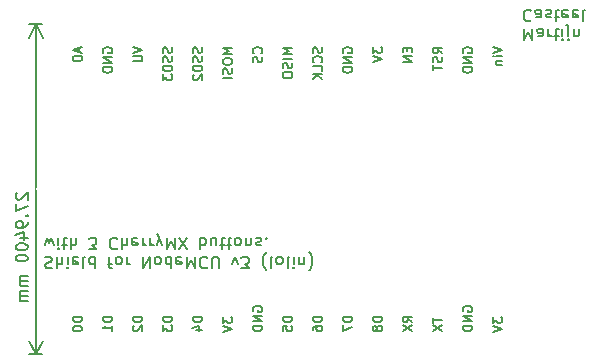
<source format=gbo>
%TF.GenerationSoftware,KiCad,Pcbnew,(6.0.4-0)*%
%TF.CreationDate,2022-04-05T18:33:42+02:00*%
%TF.ProjectId,smart-button,736d6172-742d-4627-9574-746f6e2e6b69,rev?*%
%TF.SameCoordinates,Original*%
%TF.FileFunction,Legend,Bot*%
%TF.FilePolarity,Positive*%
%FSLAX46Y46*%
G04 Gerber Fmt 4.6, Leading zero omitted, Abs format (unit mm)*
G04 Created by KiCad (PCBNEW (6.0.4-0)) date 2022-04-05 18:33:42*
%MOMM*%
%LPD*%
G01*
G04 APERTURE LIST*
%ADD10C,0.150000*%
%ADD11R,1.700000X1.700000*%
%ADD12O,1.700000X1.700000*%
%ADD13C,4.000000*%
%ADD14C,1.700000*%
%ADD15C,2.200000*%
G04 APERTURE END LIST*
D10*
X65093809Y-107359618D02*
X65131904Y-107473904D01*
X65131904Y-107664380D01*
X65093809Y-107740571D01*
X65055714Y-107778666D01*
X64979523Y-107816761D01*
X64903333Y-107816761D01*
X64827142Y-107778666D01*
X64789047Y-107740571D01*
X64750952Y-107664380D01*
X64712857Y-107511999D01*
X64674761Y-107435809D01*
X64636666Y-107397714D01*
X64560476Y-107359618D01*
X64484285Y-107359618D01*
X64408095Y-107397714D01*
X64370000Y-107435809D01*
X64331904Y-107511999D01*
X64331904Y-107702475D01*
X64370000Y-107816761D01*
X65093809Y-108121523D02*
X65131904Y-108235809D01*
X65131904Y-108426285D01*
X65093809Y-108502475D01*
X65055714Y-108540571D01*
X64979523Y-108578666D01*
X64903333Y-108578666D01*
X64827142Y-108540571D01*
X64789047Y-108502475D01*
X64750952Y-108426285D01*
X64712857Y-108273904D01*
X64674761Y-108197714D01*
X64636666Y-108159618D01*
X64560476Y-108121523D01*
X64484285Y-108121523D01*
X64408095Y-108159618D01*
X64370000Y-108197714D01*
X64331904Y-108273904D01*
X64331904Y-108464380D01*
X64370000Y-108578666D01*
X65131904Y-108921523D02*
X64331904Y-108921523D01*
X64331904Y-109111999D01*
X64370000Y-109226285D01*
X64446190Y-109302475D01*
X64522380Y-109340571D01*
X64674761Y-109378666D01*
X64789047Y-109378666D01*
X64941428Y-109340571D01*
X65017619Y-109302475D01*
X65093809Y-109226285D01*
X65131904Y-109111999D01*
X65131904Y-108921523D01*
X64331904Y-109645333D02*
X64331904Y-110140571D01*
X64636666Y-109873904D01*
X64636666Y-109988190D01*
X64674761Y-110064380D01*
X64712857Y-110102475D01*
X64789047Y-110140571D01*
X64979523Y-110140571D01*
X65055714Y-110102475D01*
X65093809Y-110064380D01*
X65131904Y-109988190D01*
X65131904Y-109759618D01*
X65093809Y-109683428D01*
X65055714Y-109645333D01*
X87991904Y-107854857D02*
X87610952Y-107588191D01*
X87991904Y-107397714D02*
X87191904Y-107397714D01*
X87191904Y-107702476D01*
X87230000Y-107778667D01*
X87268095Y-107816762D01*
X87344285Y-107854857D01*
X87458571Y-107854857D01*
X87534761Y-107816762D01*
X87572857Y-107778667D01*
X87610952Y-107702476D01*
X87610952Y-107397714D01*
X87953809Y-108159619D02*
X87991904Y-108273905D01*
X87991904Y-108464381D01*
X87953809Y-108540572D01*
X87915714Y-108578667D01*
X87839523Y-108616762D01*
X87763333Y-108616762D01*
X87687142Y-108578667D01*
X87649047Y-108540572D01*
X87610952Y-108464381D01*
X87572857Y-108312000D01*
X87534761Y-108235810D01*
X87496666Y-108197714D01*
X87420476Y-108159619D01*
X87344285Y-108159619D01*
X87268095Y-108197714D01*
X87230000Y-108235810D01*
X87191904Y-108312000D01*
X87191904Y-108502476D01*
X87230000Y-108616762D01*
X87191904Y-108845333D02*
X87191904Y-109302476D01*
X87991904Y-109073905D02*
X87191904Y-109073905D01*
X62591904Y-130149618D02*
X61791904Y-130149618D01*
X61791904Y-130340095D01*
X61830000Y-130454380D01*
X61906190Y-130530571D01*
X61982380Y-130568666D01*
X62134761Y-130606761D01*
X62249047Y-130606761D01*
X62401428Y-130568666D01*
X62477619Y-130530571D01*
X62553809Y-130454380D01*
X62591904Y-130340095D01*
X62591904Y-130149618D01*
X61868095Y-130911523D02*
X61830000Y-130949618D01*
X61791904Y-131025809D01*
X61791904Y-131216285D01*
X61830000Y-131292475D01*
X61868095Y-131330571D01*
X61944285Y-131368666D01*
X62020476Y-131368666D01*
X62134761Y-131330571D01*
X62591904Y-130873428D01*
X62591904Y-131368666D01*
X85451904Y-130606761D02*
X85070952Y-130340095D01*
X85451904Y-130149618D02*
X84651904Y-130149618D01*
X84651904Y-130454380D01*
X84690000Y-130530571D01*
X84728095Y-130568666D01*
X84804285Y-130606761D01*
X84918571Y-130606761D01*
X84994761Y-130568666D01*
X85032857Y-130530571D01*
X85070952Y-130454380D01*
X85070952Y-130149618D01*
X84651904Y-130873428D02*
X85451904Y-131406761D01*
X84651904Y-131406761D02*
X85451904Y-130873428D01*
X69411904Y-130187714D02*
X69411904Y-130682952D01*
X69716666Y-130416285D01*
X69716666Y-130530571D01*
X69754761Y-130606761D01*
X69792857Y-130644857D01*
X69869047Y-130682952D01*
X70059523Y-130682952D01*
X70135714Y-130644857D01*
X70173809Y-130606761D01*
X70211904Y-130530571D01*
X70211904Y-130301999D01*
X70173809Y-130225809D01*
X70135714Y-130187714D01*
X69411904Y-130911523D02*
X70211904Y-131178190D01*
X69411904Y-131444857D01*
X67671904Y-130149618D02*
X66871904Y-130149618D01*
X66871904Y-130340095D01*
X66910000Y-130454380D01*
X66986190Y-130530571D01*
X67062380Y-130568666D01*
X67214761Y-130606761D01*
X67329047Y-130606761D01*
X67481428Y-130568666D01*
X67557619Y-130530571D01*
X67633809Y-130454380D01*
X67671904Y-130340095D01*
X67671904Y-130149618D01*
X67138571Y-131292475D02*
X67671904Y-131292475D01*
X66833809Y-131101999D02*
X67405238Y-130911523D01*
X67405238Y-131406761D01*
X82111904Y-107321524D02*
X82111904Y-107816762D01*
X82416666Y-107550095D01*
X82416666Y-107664381D01*
X82454761Y-107740571D01*
X82492857Y-107778667D01*
X82569047Y-107816762D01*
X82759523Y-107816762D01*
X82835714Y-107778667D01*
X82873809Y-107740571D01*
X82911904Y-107664381D01*
X82911904Y-107435809D01*
X82873809Y-107359619D01*
X82835714Y-107321524D01*
X82111904Y-108045333D02*
X82911904Y-108312000D01*
X82111904Y-108578667D01*
X87191904Y-130225809D02*
X87191904Y-130682952D01*
X87991904Y-130454380D02*
X87191904Y-130454380D01*
X87191904Y-130873428D02*
X87991904Y-131406761D01*
X87191904Y-131406761D02*
X87991904Y-130873428D01*
X89770000Y-107816762D02*
X89731904Y-107740571D01*
X89731904Y-107626286D01*
X89770000Y-107512000D01*
X89846190Y-107435809D01*
X89922380Y-107397714D01*
X90074761Y-107359619D01*
X90189047Y-107359619D01*
X90341428Y-107397714D01*
X90417619Y-107435809D01*
X90493809Y-107512000D01*
X90531904Y-107626286D01*
X90531904Y-107702476D01*
X90493809Y-107816762D01*
X90455714Y-107854857D01*
X90189047Y-107854857D01*
X90189047Y-107702476D01*
X90531904Y-108197714D02*
X89731904Y-108197714D01*
X90531904Y-108654857D01*
X89731904Y-108654857D01*
X90531904Y-109035809D02*
X89731904Y-109035809D01*
X89731904Y-109226286D01*
X89770000Y-109340571D01*
X89846190Y-109416762D01*
X89922380Y-109454857D01*
X90074761Y-109492952D01*
X90189047Y-109492952D01*
X90341428Y-109454857D01*
X90417619Y-109416762D01*
X90493809Y-109340571D01*
X90531904Y-109226286D01*
X90531904Y-109035809D01*
X71990000Y-129692476D02*
X71951904Y-129616285D01*
X71951904Y-129502000D01*
X71990000Y-129387714D01*
X72066190Y-129311523D01*
X72142380Y-129273428D01*
X72294761Y-129235333D01*
X72409047Y-129235333D01*
X72561428Y-129273428D01*
X72637619Y-129311523D01*
X72713809Y-129387714D01*
X72751904Y-129502000D01*
X72751904Y-129578190D01*
X72713809Y-129692476D01*
X72675714Y-129730571D01*
X72409047Y-129730571D01*
X72409047Y-129578190D01*
X72751904Y-130073428D02*
X71951904Y-130073428D01*
X72751904Y-130530571D01*
X71951904Y-130530571D01*
X72751904Y-130911523D02*
X71951904Y-130911523D01*
X71951904Y-131102000D01*
X71990000Y-131216285D01*
X72066190Y-131292476D01*
X72142380Y-131330571D01*
X72294761Y-131368666D01*
X72409047Y-131368666D01*
X72561428Y-131330571D01*
X72637619Y-131292476D01*
X72713809Y-131216285D01*
X72751904Y-131102000D01*
X72751904Y-130911523D01*
X61791904Y-107283428D02*
X62591904Y-107550095D01*
X61791904Y-107816762D01*
X61791904Y-108083428D02*
X62439523Y-108083428D01*
X62515714Y-108121523D01*
X62553809Y-108159619D01*
X62591904Y-108235809D01*
X62591904Y-108388190D01*
X62553809Y-108464381D01*
X62515714Y-108502476D01*
X62439523Y-108540571D01*
X61791904Y-108540571D01*
X77831904Y-130149618D02*
X77031904Y-130149618D01*
X77031904Y-130340095D01*
X77070000Y-130454380D01*
X77146190Y-130530571D01*
X77222380Y-130568666D01*
X77374761Y-130606761D01*
X77489047Y-130606761D01*
X77641428Y-130568666D01*
X77717619Y-130530571D01*
X77793809Y-130454380D01*
X77831904Y-130340095D01*
X77831904Y-130149618D01*
X77031904Y-131292475D02*
X77031904Y-131140095D01*
X77070000Y-131063904D01*
X77108095Y-131025809D01*
X77222380Y-130949618D01*
X77374761Y-130911523D01*
X77679523Y-130911523D01*
X77755714Y-130949618D01*
X77793809Y-130987714D01*
X77831904Y-131063904D01*
X77831904Y-131216285D01*
X77793809Y-131292475D01*
X77755714Y-131330571D01*
X77679523Y-131368666D01*
X77489047Y-131368666D01*
X77412857Y-131330571D01*
X77374761Y-131292475D01*
X77336666Y-131216285D01*
X77336666Y-131063904D01*
X77374761Y-130987714D01*
X77412857Y-130949618D01*
X77489047Y-130911523D01*
X94947595Y-105762619D02*
X94947595Y-106762619D01*
X95280928Y-106048333D01*
X95614261Y-106762619D01*
X95614261Y-105762619D01*
X96519023Y-105762619D02*
X96519023Y-106286428D01*
X96471404Y-106381666D01*
X96376166Y-106429285D01*
X96185690Y-106429285D01*
X96090452Y-106381666D01*
X96519023Y-105810238D02*
X96423785Y-105762619D01*
X96185690Y-105762619D01*
X96090452Y-105810238D01*
X96042833Y-105905476D01*
X96042833Y-106000714D01*
X96090452Y-106095952D01*
X96185690Y-106143571D01*
X96423785Y-106143571D01*
X96519023Y-106191190D01*
X96995214Y-105762619D02*
X96995214Y-106429285D01*
X96995214Y-106238809D02*
X97042833Y-106334047D01*
X97090452Y-106381666D01*
X97185690Y-106429285D01*
X97280928Y-106429285D01*
X97471404Y-106429285D02*
X97852357Y-106429285D01*
X97614261Y-106762619D02*
X97614261Y-105905476D01*
X97661880Y-105810238D01*
X97757119Y-105762619D01*
X97852357Y-105762619D01*
X98185690Y-105762619D02*
X98185690Y-106429285D01*
X98185690Y-106762619D02*
X98138071Y-106715000D01*
X98185690Y-106667380D01*
X98233309Y-106715000D01*
X98185690Y-106762619D01*
X98185690Y-106667380D01*
X98661880Y-106429285D02*
X98661880Y-105572142D01*
X98614261Y-105476904D01*
X98519023Y-105429285D01*
X98471404Y-105429285D01*
X98661880Y-106762619D02*
X98614261Y-106715000D01*
X98661880Y-106667380D01*
X98709500Y-106715000D01*
X98661880Y-106762619D01*
X98661880Y-106667380D01*
X99138071Y-106429285D02*
X99138071Y-105762619D01*
X99138071Y-106334047D02*
X99185690Y-106381666D01*
X99280928Y-106429285D01*
X99423785Y-106429285D01*
X99519023Y-106381666D01*
X99566642Y-106286428D01*
X99566642Y-105762619D01*
X95519023Y-104247857D02*
X95471404Y-104200238D01*
X95328547Y-104152619D01*
X95233309Y-104152619D01*
X95090452Y-104200238D01*
X94995214Y-104295476D01*
X94947595Y-104390714D01*
X94899976Y-104581190D01*
X94899976Y-104724047D01*
X94947595Y-104914523D01*
X94995214Y-105009761D01*
X95090452Y-105105000D01*
X95233309Y-105152619D01*
X95328547Y-105152619D01*
X95471404Y-105105000D01*
X95519023Y-105057380D01*
X96376166Y-104152619D02*
X96376166Y-104676428D01*
X96328547Y-104771666D01*
X96233309Y-104819285D01*
X96042833Y-104819285D01*
X95947595Y-104771666D01*
X96376166Y-104200238D02*
X96280928Y-104152619D01*
X96042833Y-104152619D01*
X95947595Y-104200238D01*
X95899976Y-104295476D01*
X95899976Y-104390714D01*
X95947595Y-104485952D01*
X96042833Y-104533571D01*
X96280928Y-104533571D01*
X96376166Y-104581190D01*
X96804738Y-104200238D02*
X96899976Y-104152619D01*
X97090452Y-104152619D01*
X97185690Y-104200238D01*
X97233309Y-104295476D01*
X97233309Y-104343095D01*
X97185690Y-104438333D01*
X97090452Y-104485952D01*
X96947595Y-104485952D01*
X96852357Y-104533571D01*
X96804738Y-104628809D01*
X96804738Y-104676428D01*
X96852357Y-104771666D01*
X96947595Y-104819285D01*
X97090452Y-104819285D01*
X97185690Y-104771666D01*
X97519023Y-104819285D02*
X97899976Y-104819285D01*
X97661880Y-105152619D02*
X97661880Y-104295476D01*
X97709500Y-104200238D01*
X97804738Y-104152619D01*
X97899976Y-104152619D01*
X98614261Y-104200238D02*
X98519023Y-104152619D01*
X98328547Y-104152619D01*
X98233309Y-104200238D01*
X98185690Y-104295476D01*
X98185690Y-104676428D01*
X98233309Y-104771666D01*
X98328547Y-104819285D01*
X98519023Y-104819285D01*
X98614261Y-104771666D01*
X98661880Y-104676428D01*
X98661880Y-104581190D01*
X98185690Y-104485952D01*
X99471404Y-104200238D02*
X99376166Y-104152619D01*
X99185690Y-104152619D01*
X99090452Y-104200238D01*
X99042833Y-104295476D01*
X99042833Y-104676428D01*
X99090452Y-104771666D01*
X99185690Y-104819285D01*
X99376166Y-104819285D01*
X99471404Y-104771666D01*
X99519023Y-104676428D01*
X99519023Y-104581190D01*
X99042833Y-104485952D01*
X100090452Y-104152619D02*
X99995214Y-104200238D01*
X99947595Y-104295476D01*
X99947595Y-105152619D01*
X54389976Y-125114238D02*
X54532833Y-125066619D01*
X54770928Y-125066619D01*
X54866166Y-125114238D01*
X54913785Y-125161857D01*
X54961404Y-125257095D01*
X54961404Y-125352333D01*
X54913785Y-125447571D01*
X54866166Y-125495190D01*
X54770928Y-125542809D01*
X54580452Y-125590428D01*
X54485214Y-125638047D01*
X54437595Y-125685666D01*
X54389976Y-125780904D01*
X54389976Y-125876142D01*
X54437595Y-125971380D01*
X54485214Y-126019000D01*
X54580452Y-126066619D01*
X54818547Y-126066619D01*
X54961404Y-126019000D01*
X55389976Y-125066619D02*
X55389976Y-126066619D01*
X55818547Y-125066619D02*
X55818547Y-125590428D01*
X55770928Y-125685666D01*
X55675690Y-125733285D01*
X55532833Y-125733285D01*
X55437595Y-125685666D01*
X55389976Y-125638047D01*
X56294738Y-125066619D02*
X56294738Y-125733285D01*
X56294738Y-126066619D02*
X56247119Y-126019000D01*
X56294738Y-125971380D01*
X56342357Y-126019000D01*
X56294738Y-126066619D01*
X56294738Y-125971380D01*
X57151880Y-125114238D02*
X57056642Y-125066619D01*
X56866166Y-125066619D01*
X56770928Y-125114238D01*
X56723309Y-125209476D01*
X56723309Y-125590428D01*
X56770928Y-125685666D01*
X56866166Y-125733285D01*
X57056642Y-125733285D01*
X57151880Y-125685666D01*
X57199500Y-125590428D01*
X57199500Y-125495190D01*
X56723309Y-125399952D01*
X57770928Y-125066619D02*
X57675690Y-125114238D01*
X57628071Y-125209476D01*
X57628071Y-126066619D01*
X58580452Y-125066619D02*
X58580452Y-126066619D01*
X58580452Y-125114238D02*
X58485214Y-125066619D01*
X58294738Y-125066619D01*
X58199500Y-125114238D01*
X58151880Y-125161857D01*
X58104261Y-125257095D01*
X58104261Y-125542809D01*
X58151880Y-125638047D01*
X58199500Y-125685666D01*
X58294738Y-125733285D01*
X58485214Y-125733285D01*
X58580452Y-125685666D01*
X59675690Y-125733285D02*
X60056642Y-125733285D01*
X59818547Y-125066619D02*
X59818547Y-125923761D01*
X59866166Y-126019000D01*
X59961404Y-126066619D01*
X60056642Y-126066619D01*
X60532833Y-125066619D02*
X60437595Y-125114238D01*
X60389976Y-125161857D01*
X60342357Y-125257095D01*
X60342357Y-125542809D01*
X60389976Y-125638047D01*
X60437595Y-125685666D01*
X60532833Y-125733285D01*
X60675690Y-125733285D01*
X60770928Y-125685666D01*
X60818547Y-125638047D01*
X60866166Y-125542809D01*
X60866166Y-125257095D01*
X60818547Y-125161857D01*
X60770928Y-125114238D01*
X60675690Y-125066619D01*
X60532833Y-125066619D01*
X61294738Y-125066619D02*
X61294738Y-125733285D01*
X61294738Y-125542809D02*
X61342357Y-125638047D01*
X61389976Y-125685666D01*
X61485214Y-125733285D01*
X61580452Y-125733285D01*
X62675690Y-125066619D02*
X62675690Y-126066619D01*
X63247119Y-125066619D01*
X63247119Y-126066619D01*
X63866166Y-125066619D02*
X63770928Y-125114238D01*
X63723309Y-125161857D01*
X63675690Y-125257095D01*
X63675690Y-125542809D01*
X63723309Y-125638047D01*
X63770928Y-125685666D01*
X63866166Y-125733285D01*
X64009023Y-125733285D01*
X64104261Y-125685666D01*
X64151880Y-125638047D01*
X64199499Y-125542809D01*
X64199499Y-125257095D01*
X64151880Y-125161857D01*
X64104261Y-125114238D01*
X64009023Y-125066619D01*
X63866166Y-125066619D01*
X65056642Y-125066619D02*
X65056642Y-126066619D01*
X65056642Y-125114238D02*
X64961404Y-125066619D01*
X64770928Y-125066619D01*
X64675690Y-125114238D01*
X64628071Y-125161857D01*
X64580452Y-125257095D01*
X64580452Y-125542809D01*
X64628071Y-125638047D01*
X64675690Y-125685666D01*
X64770928Y-125733285D01*
X64961404Y-125733285D01*
X65056642Y-125685666D01*
X65913785Y-125114238D02*
X65818547Y-125066619D01*
X65628071Y-125066619D01*
X65532833Y-125114238D01*
X65485214Y-125209476D01*
X65485214Y-125590428D01*
X65532833Y-125685666D01*
X65628071Y-125733285D01*
X65818547Y-125733285D01*
X65913785Y-125685666D01*
X65961404Y-125590428D01*
X65961404Y-125495190D01*
X65485214Y-125399952D01*
X66389976Y-125066619D02*
X66389976Y-126066619D01*
X66723309Y-125352333D01*
X67056642Y-126066619D01*
X67056642Y-125066619D01*
X68104261Y-125161857D02*
X68056642Y-125114238D01*
X67913785Y-125066619D01*
X67818547Y-125066619D01*
X67675690Y-125114238D01*
X67580452Y-125209476D01*
X67532833Y-125304714D01*
X67485214Y-125495190D01*
X67485214Y-125638047D01*
X67532833Y-125828523D01*
X67580452Y-125923761D01*
X67675690Y-126019000D01*
X67818547Y-126066619D01*
X67913785Y-126066619D01*
X68056642Y-126019000D01*
X68104261Y-125971380D01*
X68532833Y-126066619D02*
X68532833Y-125257095D01*
X68580452Y-125161857D01*
X68628071Y-125114238D01*
X68723309Y-125066619D01*
X68913785Y-125066619D01*
X69009023Y-125114238D01*
X69056642Y-125161857D01*
X69104261Y-125257095D01*
X69104261Y-126066619D01*
X70247119Y-125733285D02*
X70485214Y-125066619D01*
X70723309Y-125733285D01*
X71009023Y-126066619D02*
X71628071Y-126066619D01*
X71294738Y-125685666D01*
X71437595Y-125685666D01*
X71532833Y-125638047D01*
X71580452Y-125590428D01*
X71628071Y-125495190D01*
X71628071Y-125257095D01*
X71580452Y-125161857D01*
X71532833Y-125114238D01*
X71437595Y-125066619D01*
X71151880Y-125066619D01*
X71056642Y-125114238D01*
X71009023Y-125161857D01*
X73104261Y-124685666D02*
X73056642Y-124733285D01*
X72961404Y-124876142D01*
X72913785Y-124971380D01*
X72866166Y-125114238D01*
X72818547Y-125352333D01*
X72818547Y-125542809D01*
X72866166Y-125780904D01*
X72913785Y-125923761D01*
X72961404Y-126019000D01*
X73056642Y-126161857D01*
X73104261Y-126209476D01*
X73628071Y-125066619D02*
X73532833Y-125114238D01*
X73485214Y-125209476D01*
X73485214Y-126066619D01*
X74151880Y-125066619D02*
X74056642Y-125114238D01*
X74009023Y-125161857D01*
X73961404Y-125257095D01*
X73961404Y-125542809D01*
X74009023Y-125638047D01*
X74056642Y-125685666D01*
X74151880Y-125733285D01*
X74294738Y-125733285D01*
X74389976Y-125685666D01*
X74437595Y-125638047D01*
X74485214Y-125542809D01*
X74485214Y-125257095D01*
X74437595Y-125161857D01*
X74389976Y-125114238D01*
X74294738Y-125066619D01*
X74151880Y-125066619D01*
X75056642Y-125066619D02*
X74961404Y-125114238D01*
X74913785Y-125209476D01*
X74913785Y-126066619D01*
X75437595Y-125066619D02*
X75437595Y-125733285D01*
X75437595Y-126066619D02*
X75389976Y-126019000D01*
X75437595Y-125971380D01*
X75485214Y-126019000D01*
X75437595Y-126066619D01*
X75437595Y-125971380D01*
X75913785Y-125733285D02*
X75913785Y-125066619D01*
X75913785Y-125638047D02*
X75961404Y-125685666D01*
X76056642Y-125733285D01*
X76199499Y-125733285D01*
X76294738Y-125685666D01*
X76342357Y-125590428D01*
X76342357Y-125066619D01*
X76723309Y-124685666D02*
X76770928Y-124733285D01*
X76866166Y-124876142D01*
X76913785Y-124971380D01*
X76961404Y-125114238D01*
X77009023Y-125352333D01*
X77009023Y-125542809D01*
X76961404Y-125780904D01*
X76913785Y-125923761D01*
X76866166Y-126019000D01*
X76770928Y-126161857D01*
X76723309Y-126209476D01*
X54342357Y-124123285D02*
X54532833Y-123456619D01*
X54723309Y-123932809D01*
X54913785Y-123456619D01*
X55104261Y-124123285D01*
X55485214Y-123456619D02*
X55485214Y-124123285D01*
X55485214Y-124456619D02*
X55437595Y-124409000D01*
X55485214Y-124361380D01*
X55532833Y-124409000D01*
X55485214Y-124456619D01*
X55485214Y-124361380D01*
X55818547Y-124123285D02*
X56199500Y-124123285D01*
X55961404Y-124456619D02*
X55961404Y-123599476D01*
X56009023Y-123504238D01*
X56104261Y-123456619D01*
X56199500Y-123456619D01*
X56532833Y-123456619D02*
X56532833Y-124456619D01*
X56961404Y-123456619D02*
X56961404Y-123980428D01*
X56913785Y-124075666D01*
X56818547Y-124123285D01*
X56675690Y-124123285D01*
X56580452Y-124075666D01*
X56532833Y-124028047D01*
X58104261Y-124456619D02*
X58723309Y-124456619D01*
X58389976Y-124075666D01*
X58532833Y-124075666D01*
X58628071Y-124028047D01*
X58675690Y-123980428D01*
X58723309Y-123885190D01*
X58723309Y-123647095D01*
X58675690Y-123551857D01*
X58628071Y-123504238D01*
X58532833Y-123456619D01*
X58247119Y-123456619D01*
X58151880Y-123504238D01*
X58104261Y-123551857D01*
X60485214Y-123551857D02*
X60437595Y-123504238D01*
X60294738Y-123456619D01*
X60199500Y-123456619D01*
X60056642Y-123504238D01*
X59961404Y-123599476D01*
X59913785Y-123694714D01*
X59866166Y-123885190D01*
X59866166Y-124028047D01*
X59913785Y-124218523D01*
X59961404Y-124313761D01*
X60056642Y-124409000D01*
X60199500Y-124456619D01*
X60294738Y-124456619D01*
X60437595Y-124409000D01*
X60485214Y-124361380D01*
X60913785Y-123456619D02*
X60913785Y-124456619D01*
X61342357Y-123456619D02*
X61342357Y-123980428D01*
X61294738Y-124075666D01*
X61199500Y-124123285D01*
X61056642Y-124123285D01*
X60961404Y-124075666D01*
X60913785Y-124028047D01*
X62199500Y-123504238D02*
X62104261Y-123456619D01*
X61913785Y-123456619D01*
X61818547Y-123504238D01*
X61770928Y-123599476D01*
X61770928Y-123980428D01*
X61818547Y-124075666D01*
X61913785Y-124123285D01*
X62104261Y-124123285D01*
X62199500Y-124075666D01*
X62247119Y-123980428D01*
X62247119Y-123885190D01*
X61770928Y-123789952D01*
X62675690Y-123456619D02*
X62675690Y-124123285D01*
X62675690Y-123932809D02*
X62723309Y-124028047D01*
X62770928Y-124075666D01*
X62866166Y-124123285D01*
X62961404Y-124123285D01*
X63294738Y-123456619D02*
X63294738Y-124123285D01*
X63294738Y-123932809D02*
X63342357Y-124028047D01*
X63389976Y-124075666D01*
X63485214Y-124123285D01*
X63580452Y-124123285D01*
X63818547Y-124123285D02*
X64056642Y-123456619D01*
X64294738Y-124123285D02*
X64056642Y-123456619D01*
X63961404Y-123218523D01*
X63913785Y-123170904D01*
X63818547Y-123123285D01*
X64675690Y-123456619D02*
X64675690Y-124456619D01*
X65009023Y-123742333D01*
X65342357Y-124456619D01*
X65342357Y-123456619D01*
X65723309Y-124456619D02*
X66389976Y-123456619D01*
X66389976Y-124456619D02*
X65723309Y-123456619D01*
X67532833Y-123456619D02*
X67532833Y-124456619D01*
X67532833Y-124075666D02*
X67628071Y-124123285D01*
X67818547Y-124123285D01*
X67913785Y-124075666D01*
X67961404Y-124028047D01*
X68009023Y-123932809D01*
X68009023Y-123647095D01*
X67961404Y-123551857D01*
X67913785Y-123504238D01*
X67818547Y-123456619D01*
X67628071Y-123456619D01*
X67532833Y-123504238D01*
X68866166Y-124123285D02*
X68866166Y-123456619D01*
X68437595Y-124123285D02*
X68437595Y-123599476D01*
X68485214Y-123504238D01*
X68580452Y-123456619D01*
X68723309Y-123456619D01*
X68818547Y-123504238D01*
X68866166Y-123551857D01*
X69199500Y-124123285D02*
X69580452Y-124123285D01*
X69342357Y-124456619D02*
X69342357Y-123599476D01*
X69389976Y-123504238D01*
X69485214Y-123456619D01*
X69580452Y-123456619D01*
X69770928Y-124123285D02*
X70151880Y-124123285D01*
X69913785Y-124456619D02*
X69913785Y-123599476D01*
X69961404Y-123504238D01*
X70056642Y-123456619D01*
X70151880Y-123456619D01*
X70628071Y-123456619D02*
X70532833Y-123504238D01*
X70485214Y-123551857D01*
X70437595Y-123647095D01*
X70437595Y-123932809D01*
X70485214Y-124028047D01*
X70532833Y-124075666D01*
X70628071Y-124123285D01*
X70770928Y-124123285D01*
X70866166Y-124075666D01*
X70913785Y-124028047D01*
X70961404Y-123932809D01*
X70961404Y-123647095D01*
X70913785Y-123551857D01*
X70866166Y-123504238D01*
X70770928Y-123456619D01*
X70628071Y-123456619D01*
X71389976Y-124123285D02*
X71389976Y-123456619D01*
X71389976Y-124028047D02*
X71437595Y-124075666D01*
X71532833Y-124123285D01*
X71675690Y-124123285D01*
X71770928Y-124075666D01*
X71818547Y-123980428D01*
X71818547Y-123456619D01*
X72247119Y-123504238D02*
X72342357Y-123456619D01*
X72532833Y-123456619D01*
X72628071Y-123504238D01*
X72675690Y-123599476D01*
X72675690Y-123647095D01*
X72628071Y-123742333D01*
X72532833Y-123789952D01*
X72389976Y-123789952D01*
X72294738Y-123837571D01*
X72247119Y-123932809D01*
X72247119Y-123980428D01*
X72294738Y-124075666D01*
X72389976Y-124123285D01*
X72532833Y-124123285D01*
X72628071Y-124075666D01*
X73104261Y-123551857D02*
X73151880Y-123504238D01*
X73104261Y-123456619D01*
X73056642Y-123504238D01*
X73104261Y-123551857D01*
X73104261Y-123456619D01*
X79610000Y-107816762D02*
X79571904Y-107740571D01*
X79571904Y-107626286D01*
X79610000Y-107512000D01*
X79686190Y-107435809D01*
X79762380Y-107397714D01*
X79914761Y-107359619D01*
X80029047Y-107359619D01*
X80181428Y-107397714D01*
X80257619Y-107435809D01*
X80333809Y-107512000D01*
X80371904Y-107626286D01*
X80371904Y-107702476D01*
X80333809Y-107816762D01*
X80295714Y-107854857D01*
X80029047Y-107854857D01*
X80029047Y-107702476D01*
X80371904Y-108197714D02*
X79571904Y-108197714D01*
X80371904Y-108654857D01*
X79571904Y-108654857D01*
X80371904Y-109035809D02*
X79571904Y-109035809D01*
X79571904Y-109226286D01*
X79610000Y-109340571D01*
X79686190Y-109416762D01*
X79762380Y-109454857D01*
X79914761Y-109492952D01*
X80029047Y-109492952D01*
X80181428Y-109454857D01*
X80257619Y-109416762D01*
X80333809Y-109340571D01*
X80371904Y-109226286D01*
X80371904Y-109035809D01*
X75291904Y-107397714D02*
X74491904Y-107397714D01*
X75063333Y-107664380D01*
X74491904Y-107931047D01*
X75291904Y-107931047D01*
X75291904Y-108311999D02*
X74491904Y-108311999D01*
X75253809Y-108654857D02*
X75291904Y-108769142D01*
X75291904Y-108959618D01*
X75253809Y-109035809D01*
X75215714Y-109073904D01*
X75139523Y-109111999D01*
X75063333Y-109111999D01*
X74987142Y-109073904D01*
X74949047Y-109035809D01*
X74910952Y-108959618D01*
X74872857Y-108807237D01*
X74834761Y-108731047D01*
X74796666Y-108692952D01*
X74720476Y-108654857D01*
X74644285Y-108654857D01*
X74568095Y-108692952D01*
X74530000Y-108731047D01*
X74491904Y-108807237D01*
X74491904Y-108997714D01*
X74530000Y-109111999D01*
X74491904Y-109607237D02*
X74491904Y-109759618D01*
X74530000Y-109835809D01*
X74606190Y-109911999D01*
X74758571Y-109950095D01*
X75025238Y-109950095D01*
X75177619Y-109911999D01*
X75253809Y-109835809D01*
X75291904Y-109759618D01*
X75291904Y-109607237D01*
X75253809Y-109531047D01*
X75177619Y-109454857D01*
X75025238Y-109416761D01*
X74758571Y-109416761D01*
X74606190Y-109454857D01*
X74530000Y-109531047D01*
X74491904Y-109607237D01*
X60051904Y-130149618D02*
X59251904Y-130149618D01*
X59251904Y-130340095D01*
X59290000Y-130454380D01*
X59366190Y-130530571D01*
X59442380Y-130568666D01*
X59594761Y-130606761D01*
X59709047Y-130606761D01*
X59861428Y-130568666D01*
X59937619Y-130530571D01*
X60013809Y-130454380D01*
X60051904Y-130340095D01*
X60051904Y-130149618D01*
X60051904Y-131368666D02*
X60051904Y-130911523D01*
X60051904Y-131140095D02*
X59251904Y-131140095D01*
X59366190Y-131063904D01*
X59442380Y-130987714D01*
X59480476Y-130911523D01*
X72675714Y-107854857D02*
X72713809Y-107816762D01*
X72751904Y-107702476D01*
X72751904Y-107626286D01*
X72713809Y-107512000D01*
X72637619Y-107435810D01*
X72561428Y-107397714D01*
X72409047Y-107359619D01*
X72294761Y-107359619D01*
X72142380Y-107397714D01*
X72066190Y-107435810D01*
X71990000Y-107512000D01*
X71951904Y-107626286D01*
X71951904Y-107702476D01*
X71990000Y-107816762D01*
X72028095Y-107854857D01*
X72713809Y-108159619D02*
X72751904Y-108273905D01*
X72751904Y-108464381D01*
X72713809Y-108540571D01*
X72675714Y-108578667D01*
X72599523Y-108616762D01*
X72523333Y-108616762D01*
X72447142Y-108578667D01*
X72409047Y-108540571D01*
X72370952Y-108464381D01*
X72332857Y-108312000D01*
X72294761Y-108235810D01*
X72256666Y-108197714D01*
X72180476Y-108159619D01*
X72104285Y-108159619D01*
X72028095Y-108197714D01*
X71990000Y-108235810D01*
X71951904Y-108312000D01*
X71951904Y-108502476D01*
X71990000Y-108616762D01*
X77793809Y-107359619D02*
X77831904Y-107473904D01*
X77831904Y-107664380D01*
X77793809Y-107740571D01*
X77755714Y-107778666D01*
X77679523Y-107816761D01*
X77603333Y-107816761D01*
X77527142Y-107778666D01*
X77489047Y-107740571D01*
X77450952Y-107664380D01*
X77412857Y-107512000D01*
X77374761Y-107435809D01*
X77336666Y-107397714D01*
X77260476Y-107359619D01*
X77184285Y-107359619D01*
X77108095Y-107397714D01*
X77070000Y-107435809D01*
X77031904Y-107512000D01*
X77031904Y-107702476D01*
X77070000Y-107816761D01*
X77755714Y-108616761D02*
X77793809Y-108578666D01*
X77831904Y-108464380D01*
X77831904Y-108388190D01*
X77793809Y-108273904D01*
X77717619Y-108197714D01*
X77641428Y-108159619D01*
X77489047Y-108121523D01*
X77374761Y-108121523D01*
X77222380Y-108159619D01*
X77146190Y-108197714D01*
X77070000Y-108273904D01*
X77031904Y-108388190D01*
X77031904Y-108464380D01*
X77070000Y-108578666D01*
X77108095Y-108616761D01*
X77831904Y-109340571D02*
X77831904Y-108959619D01*
X77031904Y-108959619D01*
X77831904Y-109607238D02*
X77031904Y-109607238D01*
X77831904Y-110064380D02*
X77374761Y-109721523D01*
X77031904Y-110064380D02*
X77489047Y-109607238D01*
X82911904Y-130149618D02*
X82111904Y-130149618D01*
X82111904Y-130340095D01*
X82150000Y-130454380D01*
X82226190Y-130530571D01*
X82302380Y-130568666D01*
X82454761Y-130606761D01*
X82569047Y-130606761D01*
X82721428Y-130568666D01*
X82797619Y-130530571D01*
X82873809Y-130454380D01*
X82911904Y-130340095D01*
X82911904Y-130149618D01*
X82454761Y-131063904D02*
X82416666Y-130987714D01*
X82378571Y-130949618D01*
X82302380Y-130911523D01*
X82264285Y-130911523D01*
X82188095Y-130949618D01*
X82150000Y-130987714D01*
X82111904Y-131063904D01*
X82111904Y-131216285D01*
X82150000Y-131292475D01*
X82188095Y-131330571D01*
X82264285Y-131368666D01*
X82302380Y-131368666D01*
X82378571Y-131330571D01*
X82416666Y-131292475D01*
X82454761Y-131216285D01*
X82454761Y-131063904D01*
X82492857Y-130987714D01*
X82530952Y-130949618D01*
X82607142Y-130911523D01*
X82759523Y-130911523D01*
X82835714Y-130949618D01*
X82873809Y-130987714D01*
X82911904Y-131063904D01*
X82911904Y-131216285D01*
X82873809Y-131292475D01*
X82835714Y-131330571D01*
X82759523Y-131368666D01*
X82607142Y-131368666D01*
X82530952Y-131330571D01*
X82492857Y-131292475D01*
X82454761Y-131216285D01*
X59290000Y-107816762D02*
X59251904Y-107740571D01*
X59251904Y-107626286D01*
X59290000Y-107512000D01*
X59366190Y-107435809D01*
X59442380Y-107397714D01*
X59594761Y-107359619D01*
X59709047Y-107359619D01*
X59861428Y-107397714D01*
X59937619Y-107435809D01*
X60013809Y-107512000D01*
X60051904Y-107626286D01*
X60051904Y-107702476D01*
X60013809Y-107816762D01*
X59975714Y-107854857D01*
X59709047Y-107854857D01*
X59709047Y-107702476D01*
X60051904Y-108197714D02*
X59251904Y-108197714D01*
X60051904Y-108654857D01*
X59251904Y-108654857D01*
X60051904Y-109035809D02*
X59251904Y-109035809D01*
X59251904Y-109226286D01*
X59290000Y-109340571D01*
X59366190Y-109416762D01*
X59442380Y-109454857D01*
X59594761Y-109492952D01*
X59709047Y-109492952D01*
X59861428Y-109454857D01*
X59937619Y-109416762D01*
X60013809Y-109340571D01*
X60051904Y-109226286D01*
X60051904Y-109035809D01*
X89770000Y-129692476D02*
X89731904Y-129616285D01*
X89731904Y-129502000D01*
X89770000Y-129387714D01*
X89846190Y-129311523D01*
X89922380Y-129273428D01*
X90074761Y-129235333D01*
X90189047Y-129235333D01*
X90341428Y-129273428D01*
X90417619Y-129311523D01*
X90493809Y-129387714D01*
X90531904Y-129502000D01*
X90531904Y-129578190D01*
X90493809Y-129692476D01*
X90455714Y-129730571D01*
X90189047Y-129730571D01*
X90189047Y-129578190D01*
X90531904Y-130073428D02*
X89731904Y-130073428D01*
X90531904Y-130530571D01*
X89731904Y-130530571D01*
X90531904Y-130911523D02*
X89731904Y-130911523D01*
X89731904Y-131102000D01*
X89770000Y-131216285D01*
X89846190Y-131292476D01*
X89922380Y-131330571D01*
X90074761Y-131368666D01*
X90189047Y-131368666D01*
X90341428Y-131330571D01*
X90417619Y-131292476D01*
X90493809Y-131216285D01*
X90531904Y-131102000D01*
X90531904Y-130911523D01*
X92271904Y-107283428D02*
X93071904Y-107550095D01*
X92271904Y-107816761D01*
X93071904Y-108083428D02*
X92538571Y-108083428D01*
X92271904Y-108083428D02*
X92310000Y-108045333D01*
X92348095Y-108083428D01*
X92310000Y-108121523D01*
X92271904Y-108083428D01*
X92348095Y-108083428D01*
X92538571Y-108464380D02*
X93071904Y-108464380D01*
X92614761Y-108464380D02*
X92576666Y-108502476D01*
X92538571Y-108578666D01*
X92538571Y-108692952D01*
X92576666Y-108769142D01*
X92652857Y-108807237D01*
X93071904Y-108807237D01*
X65131904Y-130149618D02*
X64331904Y-130149618D01*
X64331904Y-130340095D01*
X64370000Y-130454380D01*
X64446190Y-130530571D01*
X64522380Y-130568666D01*
X64674761Y-130606761D01*
X64789047Y-130606761D01*
X64941428Y-130568666D01*
X65017619Y-130530571D01*
X65093809Y-130454380D01*
X65131904Y-130340095D01*
X65131904Y-130149618D01*
X64331904Y-130873428D02*
X64331904Y-131368666D01*
X64636666Y-131101999D01*
X64636666Y-131216285D01*
X64674761Y-131292475D01*
X64712857Y-131330571D01*
X64789047Y-131368666D01*
X64979523Y-131368666D01*
X65055714Y-131330571D01*
X65093809Y-131292475D01*
X65131904Y-131216285D01*
X65131904Y-130987714D01*
X65093809Y-130911523D01*
X65055714Y-130873428D01*
X57511904Y-130149618D02*
X56711904Y-130149618D01*
X56711904Y-130340095D01*
X56750000Y-130454380D01*
X56826190Y-130530571D01*
X56902380Y-130568666D01*
X57054761Y-130606761D01*
X57169047Y-130606761D01*
X57321428Y-130568666D01*
X57397619Y-130530571D01*
X57473809Y-130454380D01*
X57511904Y-130340095D01*
X57511904Y-130149618D01*
X56711904Y-131101999D02*
X56711904Y-131178190D01*
X56750000Y-131254380D01*
X56788095Y-131292475D01*
X56864285Y-131330571D01*
X57016666Y-131368666D01*
X57207142Y-131368666D01*
X57359523Y-131330571D01*
X57435714Y-131292475D01*
X57473809Y-131254380D01*
X57511904Y-131178190D01*
X57511904Y-131101999D01*
X57473809Y-131025809D01*
X57435714Y-130987714D01*
X57359523Y-130949618D01*
X57207142Y-130911523D01*
X57016666Y-130911523D01*
X56864285Y-130949618D01*
X56788095Y-130987714D01*
X56750000Y-131025809D01*
X56711904Y-131101999D01*
X75291904Y-130149618D02*
X74491904Y-130149618D01*
X74491904Y-130340095D01*
X74530000Y-130454380D01*
X74606190Y-130530571D01*
X74682380Y-130568666D01*
X74834761Y-130606761D01*
X74949047Y-130606761D01*
X75101428Y-130568666D01*
X75177619Y-130530571D01*
X75253809Y-130454380D01*
X75291904Y-130340095D01*
X75291904Y-130149618D01*
X74491904Y-131330571D02*
X74491904Y-130949618D01*
X74872857Y-130911523D01*
X74834761Y-130949618D01*
X74796666Y-131025809D01*
X74796666Y-131216285D01*
X74834761Y-131292475D01*
X74872857Y-131330571D01*
X74949047Y-131368666D01*
X75139523Y-131368666D01*
X75215714Y-131330571D01*
X75253809Y-131292475D01*
X75291904Y-131216285D01*
X75291904Y-131025809D01*
X75253809Y-130949618D01*
X75215714Y-130911523D01*
X92271904Y-130187714D02*
X92271904Y-130682952D01*
X92576666Y-130416285D01*
X92576666Y-130530571D01*
X92614761Y-130606761D01*
X92652857Y-130644857D01*
X92729047Y-130682952D01*
X92919523Y-130682952D01*
X92995714Y-130644857D01*
X93033809Y-130606761D01*
X93071904Y-130530571D01*
X93071904Y-130301999D01*
X93033809Y-130225809D01*
X92995714Y-130187714D01*
X92271904Y-130911523D02*
X93071904Y-131178190D01*
X92271904Y-131444857D01*
X67633809Y-107359618D02*
X67671904Y-107473904D01*
X67671904Y-107664380D01*
X67633809Y-107740571D01*
X67595714Y-107778666D01*
X67519523Y-107816761D01*
X67443333Y-107816761D01*
X67367142Y-107778666D01*
X67329047Y-107740571D01*
X67290952Y-107664380D01*
X67252857Y-107511999D01*
X67214761Y-107435809D01*
X67176666Y-107397714D01*
X67100476Y-107359618D01*
X67024285Y-107359618D01*
X66948095Y-107397714D01*
X66910000Y-107435809D01*
X66871904Y-107511999D01*
X66871904Y-107702475D01*
X66910000Y-107816761D01*
X67633809Y-108121523D02*
X67671904Y-108235809D01*
X67671904Y-108426285D01*
X67633809Y-108502475D01*
X67595714Y-108540571D01*
X67519523Y-108578666D01*
X67443333Y-108578666D01*
X67367142Y-108540571D01*
X67329047Y-108502475D01*
X67290952Y-108426285D01*
X67252857Y-108273904D01*
X67214761Y-108197714D01*
X67176666Y-108159618D01*
X67100476Y-108121523D01*
X67024285Y-108121523D01*
X66948095Y-108159618D01*
X66910000Y-108197714D01*
X66871904Y-108273904D01*
X66871904Y-108464380D01*
X66910000Y-108578666D01*
X67671904Y-108921523D02*
X66871904Y-108921523D01*
X66871904Y-109111999D01*
X66910000Y-109226285D01*
X66986190Y-109302475D01*
X67062380Y-109340571D01*
X67214761Y-109378666D01*
X67329047Y-109378666D01*
X67481428Y-109340571D01*
X67557619Y-109302475D01*
X67633809Y-109226285D01*
X67671904Y-109111999D01*
X67671904Y-108921523D01*
X66948095Y-109683428D02*
X66910000Y-109721523D01*
X66871904Y-109797714D01*
X66871904Y-109988190D01*
X66910000Y-110064380D01*
X66948095Y-110102475D01*
X67024285Y-110140571D01*
X67100476Y-110140571D01*
X67214761Y-110102475D01*
X67671904Y-109645333D01*
X67671904Y-110140571D01*
X85032857Y-107397714D02*
X85032857Y-107664381D01*
X85451904Y-107778667D02*
X85451904Y-107397714D01*
X84651904Y-107397714D01*
X84651904Y-107778667D01*
X85451904Y-108121524D02*
X84651904Y-108121524D01*
X85451904Y-108578667D01*
X84651904Y-108578667D01*
X70211904Y-107397714D02*
X69411904Y-107397714D01*
X69983333Y-107664380D01*
X69411904Y-107931047D01*
X70211904Y-107931047D01*
X69411904Y-108464380D02*
X69411904Y-108616761D01*
X69450000Y-108692952D01*
X69526190Y-108769142D01*
X69678571Y-108807237D01*
X69945238Y-108807237D01*
X70097619Y-108769142D01*
X70173809Y-108692952D01*
X70211904Y-108616761D01*
X70211904Y-108464380D01*
X70173809Y-108388190D01*
X70097619Y-108311999D01*
X69945238Y-108273904D01*
X69678571Y-108273904D01*
X69526190Y-108311999D01*
X69450000Y-108388190D01*
X69411904Y-108464380D01*
X70173809Y-109111999D02*
X70211904Y-109226285D01*
X70211904Y-109416761D01*
X70173809Y-109492952D01*
X70135714Y-109531047D01*
X70059523Y-109569142D01*
X69983333Y-109569142D01*
X69907142Y-109531047D01*
X69869047Y-109492952D01*
X69830952Y-109416761D01*
X69792857Y-109264380D01*
X69754761Y-109188190D01*
X69716666Y-109150095D01*
X69640476Y-109111999D01*
X69564285Y-109111999D01*
X69488095Y-109150095D01*
X69450000Y-109188190D01*
X69411904Y-109264380D01*
X69411904Y-109454857D01*
X69450000Y-109569142D01*
X70211904Y-109911999D02*
X69411904Y-109911999D01*
X80371904Y-130149618D02*
X79571904Y-130149618D01*
X79571904Y-130340095D01*
X79610000Y-130454380D01*
X79686190Y-130530571D01*
X79762380Y-130568666D01*
X79914761Y-130606761D01*
X80029047Y-130606761D01*
X80181428Y-130568666D01*
X80257619Y-130530571D01*
X80333809Y-130454380D01*
X80371904Y-130340095D01*
X80371904Y-130149618D01*
X79571904Y-130873428D02*
X79571904Y-131406761D01*
X80371904Y-131063904D01*
X57283333Y-107359619D02*
X57283333Y-107740571D01*
X57511904Y-107283428D02*
X56711904Y-107550095D01*
X57511904Y-107816762D01*
X56711904Y-108235809D02*
X56711904Y-108312000D01*
X56750000Y-108388190D01*
X56788095Y-108426286D01*
X56864285Y-108464381D01*
X57016666Y-108502476D01*
X57207142Y-108502476D01*
X57359523Y-108464381D01*
X57435714Y-108426286D01*
X57473809Y-108388190D01*
X57511904Y-108312000D01*
X57511904Y-108235809D01*
X57473809Y-108159619D01*
X57435714Y-108121524D01*
X57359523Y-108083428D01*
X57207142Y-108045333D01*
X57016666Y-108045333D01*
X56864285Y-108083428D01*
X56788095Y-108121524D01*
X56750000Y-108159619D01*
X56711904Y-108235809D01*
X51991619Y-119667976D02*
X51944000Y-119715595D01*
X51896380Y-119810833D01*
X51896380Y-120048928D01*
X51944000Y-120144166D01*
X51991619Y-120191785D01*
X52086857Y-120239404D01*
X52182095Y-120239404D01*
X52324952Y-120191785D01*
X52896380Y-119620357D01*
X52896380Y-120239404D01*
X51896380Y-120572738D02*
X51896380Y-121239404D01*
X52896380Y-120810833D01*
X52801142Y-121620357D02*
X52848761Y-121667976D01*
X52896380Y-121620357D01*
X52848761Y-121572738D01*
X52801142Y-121620357D01*
X52896380Y-121620357D01*
X52896380Y-122144166D02*
X52896380Y-122334642D01*
X52848761Y-122429880D01*
X52801142Y-122477500D01*
X52658285Y-122572738D01*
X52467809Y-122620357D01*
X52086857Y-122620357D01*
X51991619Y-122572738D01*
X51944000Y-122525119D01*
X51896380Y-122429880D01*
X51896380Y-122239404D01*
X51944000Y-122144166D01*
X51991619Y-122096547D01*
X52086857Y-122048928D01*
X52324952Y-122048928D01*
X52420190Y-122096547D01*
X52467809Y-122144166D01*
X52515428Y-122239404D01*
X52515428Y-122429880D01*
X52467809Y-122525119D01*
X52420190Y-122572738D01*
X52324952Y-122620357D01*
X52229714Y-123477500D02*
X52896380Y-123477500D01*
X51848761Y-123239404D02*
X52563047Y-123001309D01*
X52563047Y-123620357D01*
X51896380Y-124191785D02*
X51896380Y-124287023D01*
X51944000Y-124382261D01*
X51991619Y-124429880D01*
X52086857Y-124477500D01*
X52277333Y-124525119D01*
X52515428Y-124525119D01*
X52705904Y-124477500D01*
X52801142Y-124429880D01*
X52848761Y-124382261D01*
X52896380Y-124287023D01*
X52896380Y-124191785D01*
X52848761Y-124096547D01*
X52801142Y-124048928D01*
X52705904Y-124001309D01*
X52515428Y-123953690D01*
X52277333Y-123953690D01*
X52086857Y-124001309D01*
X51991619Y-124048928D01*
X51944000Y-124096547D01*
X51896380Y-124191785D01*
X51896380Y-125144166D02*
X51896380Y-125239404D01*
X51944000Y-125334642D01*
X51991619Y-125382261D01*
X52086857Y-125429880D01*
X52277333Y-125477500D01*
X52515428Y-125477500D01*
X52705904Y-125429880D01*
X52801142Y-125382261D01*
X52848761Y-125334642D01*
X52896380Y-125239404D01*
X52896380Y-125144166D01*
X52848761Y-125048928D01*
X52801142Y-125001309D01*
X52705904Y-124953690D01*
X52515428Y-124906071D01*
X52277333Y-124906071D01*
X52086857Y-124953690D01*
X51991619Y-125001309D01*
X51944000Y-125048928D01*
X51896380Y-125144166D01*
X52896380Y-126667976D02*
X52229714Y-126667976D01*
X52324952Y-126667976D02*
X52277333Y-126715595D01*
X52229714Y-126810833D01*
X52229714Y-126953690D01*
X52277333Y-127048928D01*
X52372571Y-127096547D01*
X52896380Y-127096547D01*
X52372571Y-127096547D02*
X52277333Y-127144166D01*
X52229714Y-127239404D01*
X52229714Y-127382261D01*
X52277333Y-127477500D01*
X52372571Y-127525119D01*
X52896380Y-127525119D01*
X52896380Y-128001309D02*
X52229714Y-128001309D01*
X52324952Y-128001309D02*
X52277333Y-128048928D01*
X52229714Y-128144166D01*
X52229714Y-128287023D01*
X52277333Y-128382261D01*
X52372571Y-128429880D01*
X52896380Y-128429880D01*
X52372571Y-128429880D02*
X52277333Y-128477500D01*
X52229714Y-128572738D01*
X52229714Y-128715595D01*
X52277333Y-128810833D01*
X52372571Y-128858452D01*
X52896380Y-128858452D01*
X54110000Y-133350000D02*
X53007580Y-133350000D01*
X54110000Y-105410000D02*
X53007580Y-105410000D01*
X53594000Y-133350000D02*
X53594000Y-105410000D01*
X53594000Y-133350000D02*
X53594000Y-105410000D01*
X53594000Y-133350000D02*
X54180421Y-132223496D01*
X53594000Y-133350000D02*
X53007579Y-132223496D01*
X53594000Y-105410000D02*
X53007579Y-106536504D01*
X53594000Y-105410000D02*
X54180421Y-106536504D01*
%LPC*%
D11*
X57150000Y-105410000D03*
D12*
X59690000Y-105410000D03*
X62230000Y-105410000D03*
X64770000Y-105410000D03*
X67310000Y-105410000D03*
X69850000Y-105410000D03*
X72390000Y-105410000D03*
X74930000Y-105410000D03*
X77470000Y-105410000D03*
X80010000Y-105410000D03*
X82550000Y-105410000D03*
X85090000Y-105410000D03*
X87630000Y-105410000D03*
X90170000Y-105410000D03*
X92710000Y-105410000D03*
D13*
X55626000Y-119326000D03*
D14*
X50546000Y-119326000D03*
X60706000Y-119326000D03*
D15*
X58166000Y-114246000D03*
X51816000Y-116786000D03*
D14*
X100330000Y-119326000D03*
D13*
X95250000Y-119326000D03*
D14*
X90170000Y-119326000D03*
D15*
X97790000Y-114246000D03*
X91440000Y-116786000D03*
D14*
X57155000Y-133350000D03*
D12*
X59695000Y-133350000D03*
X62235000Y-133350000D03*
X64775000Y-133350000D03*
X67315000Y-133350000D03*
X69855000Y-133350000D03*
X72395000Y-133350000D03*
X74935000Y-133350000D03*
X77475000Y-133350000D03*
X80015000Y-133350000D03*
X82555000Y-133350000D03*
X85095000Y-133350000D03*
X87635000Y-133350000D03*
X90175000Y-133350000D03*
X92715000Y-133350000D03*
D14*
X70358000Y-119326000D03*
X80518000Y-119326000D03*
D13*
X75438000Y-119326000D03*
D15*
X77978000Y-114246000D03*
X71628000Y-116786000D03*
M02*

</source>
